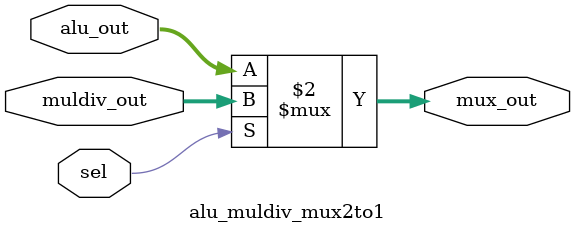
<source format=v>
`timescale 1ns / 1ps


module alu_muldiv_mux2to1(
        input sel,                //this selecter will be mapped to Mext in the control block
        input [31:0] alu_out,     //this is connected to the output of the alu that is always computed
        input [31:0] muldiv_out,  //this is connected to the output of the muldiv that is always computed
        output [31:0] mux_out      //this should be connected to a mux that will write back into memory by chosing the output computed, or something from the data memory
    );
        assign mux_out= (sel==1'b1) ? (muldiv_out) : (alu_out); 
        //if the Mext is 1, then we will take the output of the block that we created. else we will take the output of the ALU.
endmodule
</source>
